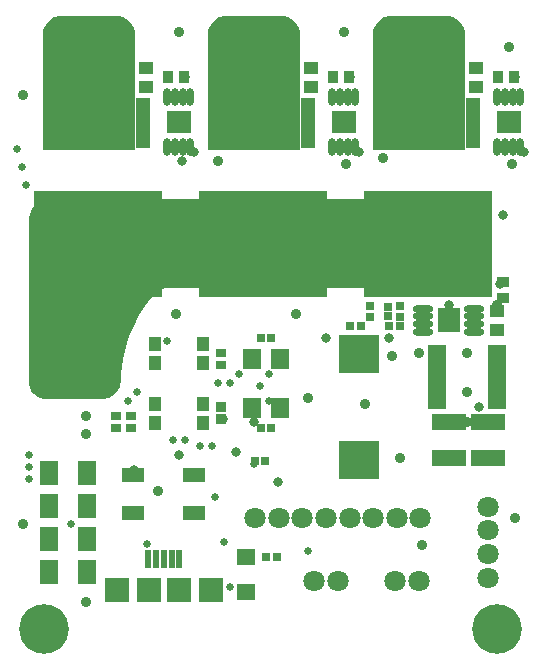
<source format=gts>
G04 Layer_Color=8388736*
%FSAX24Y24*%
%MOIN*%
G70*
G01*
G75*
%ADD65R,0.0257X0.0297*%
%ADD66R,0.1360X0.1310*%
%ADD67R,0.0640X0.0560*%
%ADD68R,0.0434X0.0356*%
%ADD69R,0.1143X0.0533*%
%ADD70R,0.0830X0.0830*%
%ADD71R,0.0790X0.0830*%
%ADD72R,0.0220X0.0640*%
%ADD73R,0.0363X0.0363*%
%ADD74R,0.0285X0.0285*%
%ADD75R,0.0474X0.0434*%
%ADD76R,0.0453X0.1674*%
%ADD77R,0.4253X0.3545*%
%ADD78R,0.0730X0.0480*%
%ADD79R,0.0434X0.0474*%
%ADD80R,0.0612X0.0828*%
%ADD81R,0.0336X0.0297*%
%ADD82R,0.0630X0.0710*%
%ADD83R,0.0612X0.2167*%
%ADD84O,0.0690X0.0257*%
%ADD85R,0.0761X0.0808*%
%ADD86R,0.0297X0.0257*%
%ADD87R,0.0285X0.0285*%
%ADD88O,0.0257X0.0592*%
%ADD89R,0.0820X0.0741*%
%ADD90R,0.0356X0.0434*%
%ADD91C,0.0710*%
%ADD92C,0.1655*%
%ADD93C,0.0360*%
%ADD94C,0.0320*%
%ADD95C,0.0260*%
%ADD96C,0.0159*%
G36*
X055331Y040740D02*
X055333Y040740D01*
X055422Y040731D01*
X055423Y040731D01*
X055424Y040731D01*
X055425Y040731D01*
X055427Y040730D01*
X055428Y040730D01*
X055429Y040730D01*
X055542Y040695D01*
X055544Y040695D01*
X055545Y040695D01*
X055546Y040694D01*
X055547Y040694D01*
X055548Y040693D01*
X055550Y040692D01*
X055654Y040637D01*
X055655Y040636D01*
X055656Y040635D01*
X055657Y040635D01*
X055658Y040634D01*
X055659Y040633D01*
X055660Y040632D01*
X055752Y040557D01*
X055753Y040556D01*
X055754Y040556D01*
X055755Y040555D01*
X055756Y040554D01*
X055756Y040553D01*
X055757Y040552D01*
X055832Y040460D01*
X055833Y040459D01*
X055834Y040458D01*
X055835Y040457D01*
X055835Y040456D01*
X055836Y040455D01*
X055837Y040454D01*
X055892Y040350D01*
X055893Y040348D01*
X055894Y040347D01*
X055894Y040346D01*
X055895Y040345D01*
X055895Y040344D01*
X055895Y040342D01*
X055930Y040229D01*
X055930Y040228D01*
X055930Y040227D01*
X055931Y040225D01*
X055931Y040224D01*
X055931Y040223D01*
X055931Y040222D01*
X055940Y040133D01*
X055940Y040131D01*
X055940Y040129D01*
X055940Y040100D01*
D01*
X055940Y036300D01*
X055940Y036295D01*
X055939Y036290D01*
X055937Y036285D01*
X055935Y036280D01*
X055932Y036276D01*
X055928Y036272D01*
X055924Y036268D01*
X055920Y036265D01*
X055915Y036263D01*
X055910Y036261D01*
X055905Y036260D01*
X055900Y036260D01*
X052900D01*
X052895Y036260D01*
X052890Y036261D01*
X052885Y036263D01*
X052880Y036265D01*
X052876Y036268D01*
X052872Y036272D01*
X052868Y036276D01*
X052865Y036280D01*
X052863Y036285D01*
X052861Y036290D01*
X052860Y036295D01*
X052860Y036300D01*
Y040100D01*
X052860Y040129D01*
X052860Y040131D01*
X052860Y040133D01*
X052869Y040222D01*
X052869Y040223D01*
X052869Y040224D01*
X052869Y040225D01*
X052870Y040227D01*
X052870Y040228D01*
X052870Y040229D01*
X052905Y040342D01*
X052905Y040344D01*
X052905Y040345D01*
X052906Y040346D01*
X052906Y040347D01*
X052907Y040348D01*
X052908Y040350D01*
X052963Y040454D01*
X052964Y040455D01*
X052965Y040456D01*
X052965Y040457D01*
X052966Y040458D01*
X052967Y040459D01*
X052968Y040460D01*
X053043Y040552D01*
X053044Y040553D01*
X053044Y040554D01*
X053045Y040555D01*
X053046Y040556D01*
X053047Y040556D01*
X053048Y040557D01*
X053140Y040632D01*
X053141Y040633D01*
X053142Y040634D01*
X053143Y040635D01*
X053144Y040635D01*
X053145Y040636D01*
X053146Y040637D01*
X053250Y040692D01*
X053252Y040693D01*
X053253Y040694D01*
X053254Y040694D01*
X053255Y040695D01*
X053256Y040695D01*
X053258Y040695D01*
X053371Y040730D01*
X053372Y040730D01*
X053373Y040730D01*
X053375Y040731D01*
X053376Y040731D01*
X053377Y040731D01*
X053378Y040731D01*
X053467Y040740D01*
X053469Y040740D01*
X053471Y040740D01*
X053500Y040740D01*
X055300Y040740D01*
D01*
X055329Y040740D01*
X055331Y040740D01*
D02*
G37*
G36*
X067805Y034640D02*
X067810Y034639D01*
X067815Y034637D01*
X067820Y034635D01*
X067824Y034632D01*
X067828Y034628D01*
X067832Y034624D01*
X067835Y034620D01*
X067837Y034615D01*
X067839Y034610D01*
X067840Y034605D01*
X067840Y034600D01*
X067840Y031700D01*
X067840Y031695D01*
X067839Y031690D01*
X067837Y031685D01*
X067835Y031680D01*
X067832Y031676D01*
X067828Y031672D01*
X067824Y031668D01*
X067820Y031665D01*
X067815Y031663D01*
X067810Y031661D01*
X067805Y031660D01*
X067800Y031660D01*
X057000Y031660D01*
X056999Y031660D01*
X056999Y031660D01*
X056998Y031660D01*
X056998Y031660D01*
X056960Y031662D01*
X056845Y031648D01*
X056728Y031600D01*
X056626Y031518D01*
X056600Y031486D01*
X056600Y031486D01*
X056600Y031486D01*
X056599Y031486D01*
X056599Y031485D01*
X056598Y031485D01*
X056514Y031390D01*
X056281Y031089D01*
X056073Y030764D01*
X055895Y030421D01*
X055747Y030063D01*
X055631Y029695D01*
X055547Y029318D01*
X055489Y028813D01*
X055485Y028644D01*
X055485Y028644D01*
X055484Y028583D01*
X055483Y028581D01*
X055483Y028579D01*
X055483Y028578D01*
X055483Y028577D01*
X055483Y028575D01*
X055482Y028573D01*
X055437Y028396D01*
X055436Y028394D01*
X055435Y028391D01*
X055435Y028391D01*
X055435Y028391D01*
X055434Y028389D01*
X055433Y028387D01*
X055372Y028272D01*
X055371Y028271D01*
X055371Y028270D01*
X055370Y028269D01*
X055369Y028268D01*
X055368Y028267D01*
X055367Y028266D01*
X055285Y028165D01*
X055284Y028164D01*
X055283Y028163D01*
X055282Y028162D01*
X055282Y028161D01*
X055280Y028161D01*
X055280Y028160D01*
X055179Y028077D01*
X055178Y028077D01*
X055177Y028076D01*
X055176Y028075D01*
X055175Y028074D01*
X055174Y028074D01*
X055173Y028073D01*
X055058Y028012D01*
X055056Y028011D01*
X055054Y028010D01*
X055054Y028010D01*
X055053Y028010D01*
X055051Y028009D01*
X055049Y028008D01*
X054871Y027963D01*
X054869Y027962D01*
X054867Y027962D01*
X054867Y027962D01*
X054866Y027962D01*
X054864Y027961D01*
X054862Y027961D01*
X054801Y027960D01*
X054800Y027960D01*
X054800Y027960D01*
X053000Y027960D01*
X053000Y027960D01*
X052928D01*
X052926Y027960D01*
X052925D01*
X052924Y027960D01*
X052922Y027960D01*
X052921Y027961D01*
X052920Y027961D01*
X052919Y027961D01*
X052917Y027961D01*
X052916Y027962D01*
X052915Y027962D01*
X052710Y028032D01*
X052709Y028032D01*
X052707Y028033D01*
X052706Y028033D01*
X052705Y028034D01*
X052704Y028034D01*
X052703Y028035D01*
X052702Y028036D01*
X052700Y028036D01*
X052699Y028037D01*
X052698Y028038D01*
X052583Y028126D01*
X052579Y028129D01*
Y028129D01*
X052579D01*
X052576Y028133D01*
X052488Y028248D01*
X052487Y028249D01*
X052486Y028250D01*
X052486Y028251D01*
X052485Y028253D01*
X052484Y028254D01*
X052484Y028255D01*
X052483Y028256D01*
X052483Y028257D01*
X052482Y028259D01*
X052482Y028260D01*
X052412Y028465D01*
X052412Y028466D01*
X052411Y028467D01*
X052411Y028468D01*
X052411Y028470D01*
X052411Y028471D01*
X052410Y028472D01*
X052410Y028474D01*
X052410Y028475D01*
Y028476D01*
X052410Y028478D01*
Y028550D01*
X052410Y033950D01*
D01*
Y033950D01*
Y034014D01*
X052410Y034016D01*
X052410Y034019D01*
X052410Y034019D01*
X052410Y034019D01*
X052411Y034021D01*
X052411Y034024D01*
X052458Y034210D01*
X052458Y034212D01*
X052459Y034214D01*
X052459Y034214D01*
X052459Y034215D01*
X052460Y034217D01*
X052461Y034219D01*
X052522Y034332D01*
X052522Y034333D01*
X052523Y034334D01*
X052524Y034335D01*
X052524Y034336D01*
X052525Y034337D01*
X052526Y034338D01*
X052607Y034437D01*
X052608Y034438D01*
X052609Y034439D01*
X052610Y034440D01*
X052611Y034441D01*
X052612Y034442D01*
X052613Y034443D01*
X052712Y034524D01*
X052713Y034525D01*
X052714Y034526D01*
X052715Y034526D01*
X052716Y034527D01*
X052717Y034528D01*
X052718Y034528D01*
X052831Y034589D01*
X052833Y034590D01*
X052835Y034591D01*
X052836Y034591D01*
X052836Y034591D01*
X052838Y034592D01*
X052840Y034592D01*
X053026Y034639D01*
X053029Y034639D01*
X053031Y034640D01*
X053031Y034640D01*
X053031Y034640D01*
X053034Y034640D01*
X053036Y034640D01*
X053100D01*
X067800Y034640D01*
X067805Y034640D01*
D02*
G37*
G36*
X066331Y040740D02*
X066333Y040740D01*
X066422Y040731D01*
X066423Y040731D01*
X066424Y040731D01*
X066425Y040731D01*
X066427Y040730D01*
X066428Y040730D01*
X066429Y040730D01*
X066542Y040695D01*
X066544Y040695D01*
X066545Y040695D01*
X066546Y040694D01*
X066547Y040694D01*
X066548Y040693D01*
X066550Y040692D01*
X066654Y040637D01*
X066655Y040636D01*
X066656Y040635D01*
X066657Y040635D01*
X066658Y040634D01*
X066659Y040633D01*
X066660Y040632D01*
X066752Y040557D01*
X066753Y040556D01*
X066754Y040556D01*
X066755Y040555D01*
X066756Y040554D01*
X066756Y040553D01*
X066757Y040552D01*
X066832Y040460D01*
X066833Y040459D01*
X066834Y040458D01*
X066835Y040457D01*
X066835Y040456D01*
X066836Y040455D01*
X066837Y040454D01*
X066892Y040350D01*
X066893Y040348D01*
X066894Y040347D01*
X066894Y040346D01*
X066895Y040345D01*
X066895Y040344D01*
X066895Y040342D01*
X066930Y040229D01*
X066930Y040228D01*
X066930Y040227D01*
X066931Y040225D01*
X066931Y040224D01*
X066931Y040223D01*
X066931Y040222D01*
X066940Y040133D01*
X066940Y040131D01*
X066940Y040129D01*
X066940Y040100D01*
D01*
X066940Y036300D01*
X066940Y036295D01*
X066939Y036290D01*
X066937Y036285D01*
X066935Y036280D01*
X066932Y036276D01*
X066928Y036272D01*
X066924Y036268D01*
X066920Y036265D01*
X066915Y036263D01*
X066910Y036261D01*
X066905Y036260D01*
X066900Y036260D01*
X063900D01*
X063895Y036260D01*
X063890Y036261D01*
X063885Y036263D01*
X063880Y036265D01*
X063876Y036268D01*
X063872Y036272D01*
X063868Y036276D01*
X063865Y036280D01*
X063863Y036285D01*
X063861Y036290D01*
X063860Y036295D01*
X063860Y036300D01*
Y040100D01*
X063860Y040129D01*
X063860Y040131D01*
X063860Y040133D01*
X063869Y040222D01*
X063869Y040223D01*
X063869Y040224D01*
X063869Y040225D01*
X063870Y040227D01*
X063870Y040228D01*
X063870Y040229D01*
X063905Y040342D01*
X063905Y040344D01*
X063905Y040345D01*
X063906Y040346D01*
X063906Y040347D01*
X063907Y040348D01*
X063908Y040350D01*
X063963Y040454D01*
X063964Y040455D01*
X063965Y040456D01*
X063965Y040457D01*
X063966Y040458D01*
X063967Y040459D01*
X063968Y040460D01*
X064043Y040552D01*
X064044Y040553D01*
X064044Y040554D01*
X064045Y040555D01*
X064046Y040556D01*
X064047Y040556D01*
X064048Y040557D01*
X064140Y040632D01*
X064141Y040633D01*
X064142Y040634D01*
X064143Y040635D01*
X064144Y040635D01*
X064145Y040636D01*
X064146Y040637D01*
X064250Y040692D01*
X064252Y040693D01*
X064253Y040694D01*
X064254Y040694D01*
X064255Y040695D01*
X064256Y040695D01*
X064258Y040695D01*
X064371Y040730D01*
X064372Y040730D01*
X064373Y040730D01*
X064375Y040731D01*
X064376Y040731D01*
X064377Y040731D01*
X064378Y040731D01*
X064467Y040740D01*
X064469Y040740D01*
X064471Y040740D01*
X064500Y040740D01*
X066300Y040740D01*
D01*
X066329Y040740D01*
X066331Y040740D01*
D02*
G37*
G36*
X060831D02*
X060833Y040740D01*
X060922Y040731D01*
X060923Y040731D01*
X060924Y040731D01*
X060925Y040731D01*
X060927Y040730D01*
X060928Y040730D01*
X060929Y040730D01*
X061042Y040695D01*
X061044Y040695D01*
X061045Y040695D01*
X061046Y040694D01*
X061047Y040694D01*
X061048Y040693D01*
X061050Y040692D01*
X061154Y040637D01*
X061155Y040636D01*
X061156Y040635D01*
X061157Y040635D01*
X061158Y040634D01*
X061159Y040633D01*
X061160Y040632D01*
X061252Y040557D01*
X061253Y040556D01*
X061254Y040556D01*
X061255Y040555D01*
X061256Y040554D01*
X061256Y040553D01*
X061257Y040552D01*
X061332Y040460D01*
X061333Y040459D01*
X061334Y040458D01*
X061335Y040457D01*
X061335Y040456D01*
X061336Y040455D01*
X061337Y040454D01*
X061392Y040350D01*
X061393Y040348D01*
X061394Y040347D01*
X061394Y040346D01*
X061395Y040345D01*
X061395Y040344D01*
X061395Y040342D01*
X061430Y040229D01*
X061430Y040228D01*
X061430Y040227D01*
X061431Y040225D01*
X061431Y040224D01*
X061431Y040223D01*
X061431Y040222D01*
X061440Y040133D01*
X061440Y040131D01*
X061440Y040129D01*
X061440Y040100D01*
D01*
X061440Y036300D01*
X061440Y036295D01*
X061439Y036290D01*
X061437Y036285D01*
X061435Y036280D01*
X061432Y036276D01*
X061428Y036272D01*
X061424Y036268D01*
X061420Y036265D01*
X061415Y036263D01*
X061410Y036261D01*
X061405Y036260D01*
X061400Y036260D01*
X058400D01*
X058395Y036260D01*
X058390Y036261D01*
X058385Y036263D01*
X058380Y036265D01*
X058376Y036268D01*
X058372Y036272D01*
X058368Y036276D01*
X058365Y036280D01*
X058363Y036285D01*
X058361Y036290D01*
X058360Y036295D01*
X058360Y036300D01*
Y040100D01*
X058360Y040129D01*
X058360Y040131D01*
X058360Y040133D01*
X058369Y040222D01*
X058369Y040223D01*
X058369Y040224D01*
X058369Y040225D01*
X058370Y040227D01*
X058370Y040228D01*
X058370Y040229D01*
X058405Y040342D01*
X058405Y040344D01*
X058405Y040345D01*
X058406Y040346D01*
X058406Y040347D01*
X058407Y040348D01*
X058408Y040350D01*
X058463Y040454D01*
X058464Y040455D01*
X058465Y040456D01*
X058465Y040457D01*
X058466Y040458D01*
X058467Y040459D01*
X058468Y040460D01*
X058543Y040552D01*
X058544Y040553D01*
X058544Y040554D01*
X058545Y040555D01*
X058546Y040556D01*
X058547Y040556D01*
X058548Y040557D01*
X058640Y040632D01*
X058641Y040633D01*
X058642Y040634D01*
X058643Y040635D01*
X058644Y040635D01*
X058645Y040636D01*
X058646Y040637D01*
X058750Y040692D01*
X058752Y040693D01*
X058753Y040694D01*
X058754Y040694D01*
X058755Y040695D01*
X058756Y040695D01*
X058758Y040695D01*
X058871Y040730D01*
X058872Y040730D01*
X058873Y040730D01*
X058875Y040731D01*
X058876Y040731D01*
X058877Y040731D01*
X058878Y040731D01*
X058967Y040740D01*
X058969Y040740D01*
X058971Y040740D01*
X059000Y040740D01*
X060800Y040740D01*
D01*
X060829Y040740D01*
X060831Y040740D01*
D02*
G37*
D65*
X060323Y022700D02*
D03*
X060677D02*
D03*
X063477Y030400D02*
D03*
X063123D02*
D03*
X064406D02*
D03*
X064761D02*
D03*
D66*
X063400Y025940D02*
D03*
Y029460D02*
D03*
D67*
X059628Y021528D02*
D03*
Y022719D02*
D03*
D68*
X068200Y031876D02*
D03*
Y031324D02*
D03*
D69*
X066400Y027191D02*
D03*
Y026009D02*
D03*
X067700Y027191D02*
D03*
Y026009D02*
D03*
D70*
X057400Y021600D02*
D03*
X056400D02*
D03*
D71*
X058480D02*
D03*
X055325D02*
D03*
D72*
X057160Y022650D02*
D03*
X056900D02*
D03*
X056644D02*
D03*
X057420D02*
D03*
X056388D02*
D03*
D73*
X058800Y027697D02*
D03*
Y027303D02*
D03*
D74*
X060457Y027000D02*
D03*
X060143D02*
D03*
X060143Y030000D02*
D03*
X060457D02*
D03*
X060257Y025900D02*
D03*
X059943D02*
D03*
D75*
X067300Y039015D02*
D03*
Y038385D02*
D03*
X061800Y039015D02*
D03*
Y038385D02*
D03*
X056300Y039015D02*
D03*
Y038385D02*
D03*
X068000Y030285D02*
D03*
Y030915D02*
D03*
D76*
X067200Y037161D02*
D03*
X066700D02*
D03*
X066200D02*
D03*
X065200D02*
D03*
X064700D02*
D03*
X064200D02*
D03*
X058700D02*
D03*
X059200D02*
D03*
X059700D02*
D03*
X060700D02*
D03*
X061200D02*
D03*
X061700D02*
D03*
X056200D02*
D03*
X055700D02*
D03*
X055200D02*
D03*
X054200D02*
D03*
X053700D02*
D03*
X053200D02*
D03*
D77*
X065700Y033145D02*
D03*
X060200D02*
D03*
X054700D02*
D03*
D78*
X055885Y024170D02*
D03*
X057920D02*
D03*
Y025430D02*
D03*
X055885D02*
D03*
D79*
X056593Y027815D02*
D03*
Y027185D02*
D03*
X058207Y027815D02*
D03*
Y027185D02*
D03*
X056593Y029815D02*
D03*
Y029185D02*
D03*
X058207Y029815D02*
D03*
Y029185D02*
D03*
D80*
X053070Y022200D02*
D03*
X054330D02*
D03*
X053070Y023300D02*
D03*
X054330D02*
D03*
X053070Y024400D02*
D03*
X054330D02*
D03*
X053070Y025500D02*
D03*
X054330D02*
D03*
D81*
X055300Y027003D02*
D03*
Y027397D02*
D03*
X055800Y027003D02*
D03*
Y027397D02*
D03*
X058800Y029497D02*
D03*
Y029103D02*
D03*
D82*
X059825Y029315D02*
D03*
Y027685D02*
D03*
X060775D02*
D03*
Y029315D02*
D03*
D83*
X066006Y028700D02*
D03*
X067994D02*
D03*
D84*
X067256Y030216D02*
D03*
Y030472D02*
D03*
Y030728D02*
D03*
Y030984D02*
D03*
X065544Y030216D02*
D03*
Y030472D02*
D03*
Y030728D02*
D03*
Y030984D02*
D03*
D85*
X066400Y030600D02*
D03*
D86*
X063761Y031077D02*
D03*
Y030723D02*
D03*
X064784Y031077D02*
D03*
Y030723D02*
D03*
D87*
X064384Y031057D02*
D03*
Y030743D02*
D03*
D88*
X068016Y036373D02*
D03*
X068272D02*
D03*
X068528D02*
D03*
X068784D02*
D03*
X068016Y038027D02*
D03*
X068272D02*
D03*
X068528D02*
D03*
X068784D02*
D03*
X062516Y036373D02*
D03*
X062772D02*
D03*
X063028D02*
D03*
X063284D02*
D03*
X062516Y038027D02*
D03*
X062772D02*
D03*
X063028D02*
D03*
X063284D02*
D03*
X057016Y036373D02*
D03*
X057272D02*
D03*
X057528D02*
D03*
X057784D02*
D03*
X057016Y038027D02*
D03*
X057272D02*
D03*
X057528D02*
D03*
X057784D02*
D03*
D89*
X068400Y037200D02*
D03*
X062900D02*
D03*
X057400D02*
D03*
D90*
X057024Y038700D02*
D03*
X057576D02*
D03*
X062524D02*
D03*
X063076D02*
D03*
X068024D02*
D03*
X068576D02*
D03*
D91*
X061906Y021900D02*
D03*
X062694D02*
D03*
X065394D02*
D03*
X064606D02*
D03*
X063881Y024000D02*
D03*
X059944D02*
D03*
X060732D02*
D03*
X061519D02*
D03*
X062309D02*
D03*
X063099D02*
D03*
X064668D02*
D03*
X065456D02*
D03*
X067700Y022019D02*
D03*
Y022806D02*
D03*
Y023594D02*
D03*
Y024384D02*
D03*
D92*
X068000Y020300D02*
D03*
X052900D02*
D03*
D93*
X067000Y029500D02*
D03*
X064400Y038800D02*
D03*
X065100D02*
D03*
X065800D02*
D03*
X066500D02*
D03*
X058900D02*
D03*
X059600D02*
D03*
X060300D02*
D03*
X061000D02*
D03*
X053400D02*
D03*
X054100D02*
D03*
X054800D02*
D03*
X055500D02*
D03*
X062976Y035800D02*
D03*
X058700Y035909D02*
D03*
X064200Y035991D02*
D03*
X068400Y039700D02*
D03*
X062900Y040200D02*
D03*
X057400D02*
D03*
X052200Y038100D02*
D03*
X057300Y030800D02*
D03*
X056700Y024900D02*
D03*
X052200Y023800D02*
D03*
X054300Y021200D02*
D03*
X068600Y024000D02*
D03*
X061700Y028000D02*
D03*
X065400Y029500D02*
D03*
X067000Y028200D02*
D03*
X061300Y030800D02*
D03*
X063600Y027800D02*
D03*
X064500Y029400D02*
D03*
X068000Y031100D02*
D03*
X064761Y025994D02*
D03*
X064400Y038100D02*
D03*
X065100D02*
D03*
X065800D02*
D03*
X066500D02*
D03*
X064400Y037400D02*
D03*
X065100D02*
D03*
X065800D02*
D03*
X066500D02*
D03*
X058900Y038100D02*
D03*
X059600D02*
D03*
X060300D02*
D03*
X061000D02*
D03*
X058900Y037400D02*
D03*
X059600D02*
D03*
X060300D02*
D03*
X061000D02*
D03*
X055500D02*
D03*
X054800D02*
D03*
X054100D02*
D03*
X053400D02*
D03*
X055500Y038100D02*
D03*
X054800D02*
D03*
X054100D02*
D03*
X053400D02*
D03*
X068500Y035800D02*
D03*
X068000Y028300D02*
D03*
Y029000D02*
D03*
X065500Y023100D02*
D03*
X054300Y027400D02*
D03*
Y026800D02*
D03*
X067000Y027200D02*
D03*
D94*
X067400Y027700D02*
D03*
X068100Y031800D02*
D03*
X068200Y034100D02*
D03*
X057400Y037200D02*
D03*
X068400D02*
D03*
X062900D02*
D03*
X058000Y024200D02*
D03*
X059300Y026200D02*
D03*
X060700Y025200D02*
D03*
X057400Y026100D02*
D03*
X059900Y027200D02*
D03*
X063481Y029821D02*
D03*
X064400Y030000D02*
D03*
X062300D02*
D03*
X055900Y025600D02*
D03*
X068600Y038700D02*
D03*
X063100D02*
D03*
X057600D02*
D03*
X063400Y036200D02*
D03*
X057500Y035900D02*
D03*
X057900Y036200D02*
D03*
X068900D02*
D03*
X066400Y031100D02*
D03*
D95*
X056325Y023137D02*
D03*
X059100Y021700D02*
D03*
X058900Y023200D02*
D03*
X058600Y024700D02*
D03*
X061700Y022900D02*
D03*
X052182Y035700D02*
D03*
X052300Y035100D02*
D03*
X052000Y036300D02*
D03*
X057000Y029900D02*
D03*
X060100Y028400D02*
D03*
X060400Y028800D02*
D03*
X058100Y026400D02*
D03*
X058500D02*
D03*
X053800Y023800D02*
D03*
X058700Y028500D02*
D03*
X059100D02*
D03*
X057600Y026600D02*
D03*
X057200D02*
D03*
X058900Y027300D02*
D03*
X059400Y028800D02*
D03*
X059900Y025800D02*
D03*
X055700Y027900D02*
D03*
X056000Y028200D02*
D03*
X060400Y027900D02*
D03*
X052400Y025300D02*
D03*
Y025700D02*
D03*
Y026100D02*
D03*
D96*
X066597Y030403D02*
D03*
X066203D02*
D03*
X066597Y030797D02*
D03*
X066203D02*
D03*
M02*

</source>
